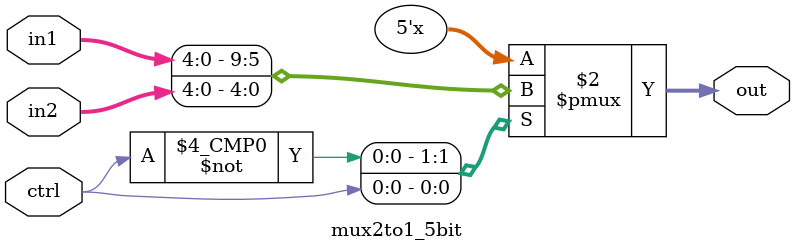
<source format=sv>
`timescale 1ns / 1ps
module mux2to1_5bit(out,ctrl,in1,in2);
input ctrl;
input [4:0]in1,in2;
output reg [4:0] out;

always @(*)
begin
case(ctrl)
1'b0:out=in1;
1'b1:out=in2;
endcase
end

endmodule

</source>
